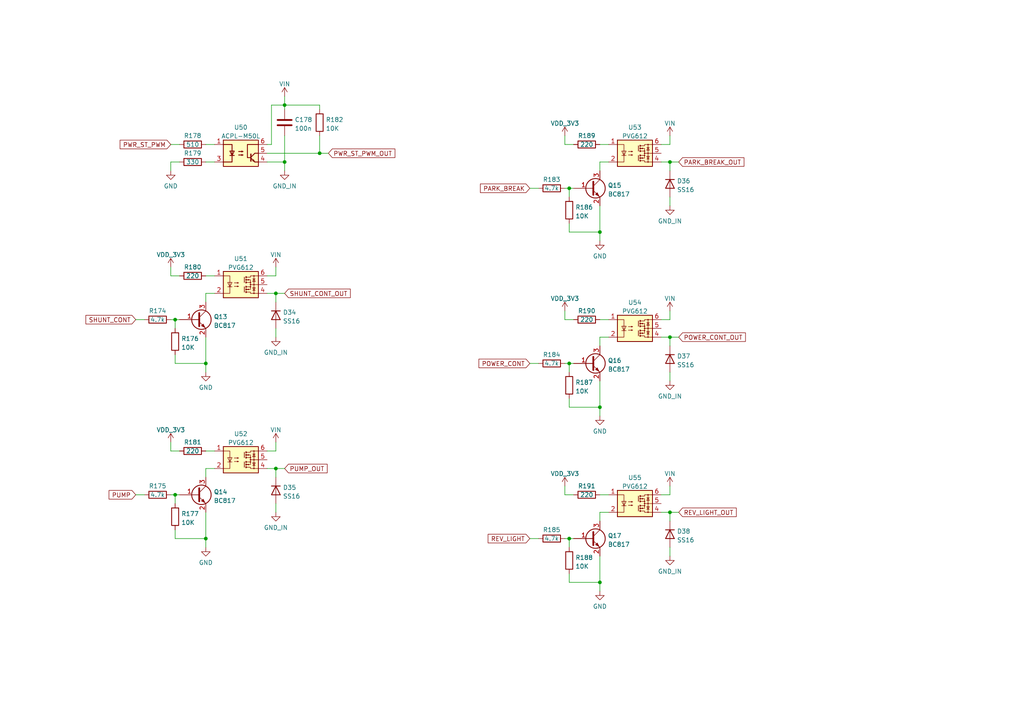
<source format=kicad_sch>
(kicad_sch (version 20250114) (generator "eeschema") (generator_version "9.0")
  (paper "A4")
  (title_block (comment 1 "НВЦТ.EVP150-2-1.3000.100 Э3"))
  (lib_symbols
    (symbol "Device:C" (pin_numbers (hide yes)) (pin_names (offset 0.254))
      (property "Reference" "C" (at 0.635 2.54 0))
      (property "Value" "C" (at 0.635 -2.54 0))
      (symbol "C_0_1"
        (polyline (pts (xy -2.032 0.762) (xy 2.032 0.762)) (stroke (width 0.508)))
        (polyline (pts (xy -2.032 -0.762) (xy 2.032 -0.762)) (stroke (width 0.508)))
      )
      (symbol "C_1_1"
        (pin passive line (at 0 3.81 270) (length 2.794) (name "~") (number "1"))
        (pin passive line (at 0 -3.81 90) (length 2.794) (name "~") (number "2"))
      )
    )
    (symbol "Device:D" (pin_numbers (hide yes)) (pin_names (offset 1.016) (hide yes))
      (property "Reference" "D" (at 0 2.54 0))
      (property "Value" "D" (at 0 -2.54 0))
      (symbol "D_0_1"
        (polyline (pts (xy -1.27 1.27) (xy -1.27 -1.27)) (stroke (width 0.254)))
        (polyline (pts (xy 1.27 1.27) (xy 1.27 -1.27) (xy -1.27 0) (xy 1.27 1.27)) (stroke (width 0.254)))
        (polyline (pts (xy 1.27 0) (xy -1.27 0)))
      )
      (symbol "D_1_1"
        (pin passive line (at -3.81 0 0) (length 2.54) (name "K") (number "1"))
        (pin passive line (at 3.81 0 180) (length 2.54) (name "A") (number "2"))
      )
    )
    (symbol "Device:R" (pin_numbers (hide yes)) (pin_names (offset 0))
      (property "Reference" "R" (at 2.032 0 90))
      (property "Value" "R" (at 0 0 90))
      (symbol "R_0_1"
        (rectangle (start -1.016 -2.54) (end 1.016 2.54) (stroke (width 0.254)))
      )
      (symbol "R_1_1"
        (pin passive line (at 0 3.81 270) (length 1.27) (name "~") (number "1"))
        (pin passive line (at 0 -3.81 90) (length 1.27) (name "~") (number "2"))
      )
    )
    (symbol "MyLibrary:ACPL-M50L" (pin_names (offset 1.016))
      (property "Reference" "U" (at 0 5.08 0))
      (property "Value" "ACPL-M50L" (at 0 -5.08 0))
      (symbol "ACPL-M50L_1_1"
        (rectangle (start -5.08 3.81) (end 5.08 -3.81) (stroke (width 0.254)) (fill (type background)))
        (polyline (pts (xy -5.08 -2.54) (xy -2.54 -2.54) (xy -2.54 2.54) (xy -5.08 2.54)) (stroke (width 0.254)))
        (polyline (pts (xy -3.175 -0.635) (xy -1.905 -0.635)) (stroke (width 0.254)))
        (polyline (pts (xy -2.54 -0.635) (xy -3.175 0.635) (xy -1.905 0.635) (xy -2.54 -0.635)) (stroke (width 0.254)))
        (polyline (pts (xy -0.635 0.508) (xy 0.635 0.508) (xy 0.254 0.381) (xy 0.254 0.635) (xy 0.635 0.508)) (stroke (width 0.254)))
        (polyline (pts (xy -0.635 -0.508) (xy 0.635 -0.508) (xy 0.254 -0.635) (xy 0.254 -0.381) (xy 0.635 -0.508)) (stroke (width 0.254)))
        (polyline (pts (xy 2.921 -0.254) (xy 2.921 -2.286) (xy 2.921 -2.286)) (stroke (width 0.3556)))
        (polyline (pts (xy 2.921 -1.143) (xy 4.064 0)) (stroke (width 0.254)))
        (polyline (pts (xy 2.921 -1.27) (xy 1.905 -1.27) (xy 1.905 2.54) (xy 5.08 2.54)) (stroke (width 0.254)))
        (polyline (pts (xy 2.921 -1.397) (xy 4.064 -2.54)) (stroke (width 0.254)))
        (polyline (pts (xy 3.937 -2.413) (xy 3.683 -1.905) (xy 3.429 -2.159) (xy 3.937 -2.413)) (stroke (width 0.254)))
        (polyline (pts (xy 4.064 -2.54) (xy 5.08 -2.54)) (stroke (width 0.254)))
        (polyline (pts (xy 5.08 0) (xy 4.064 0)) (stroke (width 0.254)))
        (pin passive line (at -7.62 2.54 0) (length 2.54) (name "~") (number "1"))
        (pin passive line (at -7.62 -2.54 0) (length 2.54) (name "~") (number "3"))
        (pin passive line (at 7.62 2.54 180) (length 2.54) (name "~") (number "6"))
        (pin open_collector line (at 7.62 0 180) (length 2.54) (name "~") (number "5"))
        (pin passive line (at 7.62 -2.54 180) (length 2.54) (name "~") (number "4"))
      )
    )
    (symbol "MyLibrary:PVG612" (pin_names (offset 1.016))
      (property "Reference" "U" (at -4.445 5.08 0))
      (property "Value" "PVG612" (at -1.27 -5.08 0))
      (symbol "PVG612_1_1"
        (rectangle (start -5.08 3.81) (end 5.08 -3.81) (stroke (width 0.254)) (fill (type background)))
        (polyline (pts (xy -5.08 2.54) (xy -3.175 2.54) (xy -3.175 -2.54) (xy -5.08 -2.54)))
        (polyline (pts (xy -3.81 -0.635) (xy -2.54 -0.635)))
        (polyline (pts (xy -3.175 -0.635) (xy -3.81 0.635) (xy -2.54 0.635) (xy -3.175 -0.635)))
        (polyline (pts (xy -1.905 0.508) (xy -0.635 0.508) (xy -1.016 0.381) (xy -1.016 0.635) (xy -0.635 0.508)))
        (polyline (pts (xy -1.905 -0.508) (xy -0.635 -0.508) (xy -1.016 -0.635) (xy -1.016 -0.381) (xy -0.635 -0.508)))
        (polyline (pts (xy 1.016 2.159) (xy 1.016 0.635)) (stroke (width 0.2032)))
        (polyline (pts (xy 1.016 -0.635) (xy 1.016 -2.159)) (stroke (width 0.2032)))
        (polyline (pts (xy 1.524 2.286) (xy 1.524 2.032) (xy 1.524 2.032)) (stroke (width 0.3556)))
        (polyline (pts (xy 1.524 1.524) (xy 1.524 1.27) (xy 1.524 1.27)) (stroke (width 0.3556)))
        (polyline (pts (xy 1.524 0.762) (xy 1.524 0.508) (xy 1.524 0.508)) (stroke (width 0.3556)))
        (polyline (pts (xy 1.524 -0.508) (xy 1.524 -0.762)) (stroke (width 0.3556)))
        (polyline (pts (xy 1.524 -1.27) (xy 1.524 -1.524) (xy 1.524 -1.524)) (stroke (width 0.3556)))
        (polyline (pts (xy 1.524 -2.032) (xy 1.524 -2.286) (xy 1.524 -2.286)) (stroke (width 0.3556)))
        (polyline (pts (xy 1.651 2.159) (xy 2.794 2.159) (xy 2.794 2.54) (xy 5.08 2.54)))
        (polyline (pts (xy 1.651 1.397) (xy 2.794 1.397) (xy 2.794 0.635)))
        (polyline (pts (xy 1.651 -0.635) (xy 2.794 -0.635) (xy 2.794 0.635) (xy 1.651 0.635)))
        (polyline (pts (xy 1.651 -1.397) (xy 2.794 -1.397) (xy 2.794 -0.635)))
        (polyline (pts (xy 1.651 -2.159) (xy 2.794 -2.159) (xy 2.794 -2.54) (xy 5.08 -2.54)))
        (polyline (pts (xy 1.778 1.397) (xy 2.286 1.524) (xy 2.286 1.27) (xy 1.778 1.397)))
        (polyline (pts (xy 1.778 -1.397) (xy 2.286 -1.27) (xy 2.286 -1.524) (xy 1.778 -1.397)))
        (circle (center 2.794 0.635) (radius 0.127))
        (polyline (pts (xy 2.794 0) (xy 5.08 0)))
        (circle (center 2.794 0) (radius 0.127))
        (circle (center 2.794 -0.635) (radius 0.127))
        (polyline (pts (xy 3.429 1.651) (xy 4.191 1.651)))
        (polyline (pts (xy 3.429 -1.651) (xy 4.191 -1.651)))
        (circle (center 3.81 2.54) (radius 0.127))
        (polyline (pts (xy 3.81 1.651) (xy 3.429 0.889) (xy 4.191 0.889) (xy 3.81 1.651)))
        (circle (center 3.81 0) (radius 0.127))
        (polyline (pts (xy 3.81 -1.651) (xy 3.429 -0.889) (xy 4.191 -0.889) (xy 3.81 -1.651)))
        (polyline (pts (xy 3.81 -2.54) (xy 3.81 2.54)))
        (circle (center 3.81 -2.54) (radius 0.127))
        (pin passive line (at -7.62 2.54 0) (length 2.54) (name "~") (number "1"))
        (pin passive line (at -7.62 -2.54 0) (length 2.54) (name "~") (number "2"))
        (pin no_connect line (at -5.08 0 0) (length 2.54) (hide yes) (name "~") (number "3"))
        (pin passive line (at 7.62 2.54 180) (length 2.54) (name "~") (number "6"))
        (pin passive line (at 7.62 0 180) (length 2.54) (name "~") (number "5"))
        (pin passive line (at 7.62 -2.54 180) (length 2.54) (name "~") (number "4"))
      )
    )
    (symbol "MyLibrary:VIN" (power) (pin_names (offset 0))
      (property "Value" "VIN" (at 0 3.81 0))
      (symbol "VIN_0_1"
        (polyline (pts (xy -0.762 1.27) (xy 0 2.54)))
        (polyline (pts (xy 0 2.54) (xy 0.762 1.27)))
        (polyline (pts (xy 0 0) (xy 0 2.54)))
      )
      (symbol "VIN_1_1"
        (pin power_in line (at 0 0 90) (length 0) (hide yes) (name "VIN") (number "1"))
      )
    )
    (symbol "Project_Library:GND_IN" (power) (pin_names (offset 0))
      (property "Value" "GND_IN" (at 0 -3.81 0))
      (symbol "GND_IN_0_1"
        (polyline (pts (xy 0 0) (xy 0 -1.27) (xy 1.27 -1.27) (xy 0 -2.54) (xy -1.27 -1.27) (xy 0 -1.27)))
      )
      (symbol "GND_IN_1_1"
        (pin power_in line (at 0 0 270) (length 0) (hide yes) (name "GND_IN") (number "1"))
      )
    )
    (symbol "Project_Library:VDD_3V3" (power) (pin_names (offset 0))
      (property "Value" "VDD_3V3" (at 0 3.81 0))
      (symbol "VDD_3V3_0_1"
        (polyline (pts (xy -0.762 1.27) (xy 0 2.54)))
        (polyline (pts (xy 0 2.54) (xy 0.762 1.27)))
        (polyline (pts (xy 0 0) (xy 0 2.54)))
      )
      (symbol "VDD_3V3_1_1"
        (pin power_in line (at 0 0 90) (length 0) (hide yes) (name "VDD_3V3") (number "1"))
      )
    )
    (symbol "Transistor_BJT:BC817" (pin_names (offset 0) (hide yes))
      (property "Reference" "Q" (at 5.08 1.905 0))
      (property "Value" "BC817" (at 5.08 0 0))
      (symbol "BC817_0_1"
        (polyline (pts (xy 0.635 1.905) (xy 0.635 -1.905) (xy 0.635 -1.905)) (stroke (width 0.508)))
        (polyline (pts (xy 0.635 0.635) (xy 2.54 2.54)))
        (polyline (pts (xy 0.635 -0.635) (xy 2.54 -2.54) (xy 2.54 -2.54)))
        (circle (center 1.27 0) (radius 2.8194) (stroke (width 0.254)))
        (polyline (pts (xy 1.27 -1.778) (xy 1.778 -1.27) (xy 2.286 -2.286) (xy 1.27 -1.778) (xy 1.27 -1.778)) (fill (type outline)))
      )
      (symbol "BC817_1_1"
        (pin input line (at -5.08 0 0) (length 5.715) (name "B") (number "1"))
        (pin passive line (at 2.54 5.08 270) (length 2.54) (name "C") (number "3"))
        (pin passive line (at 2.54 -5.08 90) (length 2.54) (name "E") (number "2"))
      )
    )
    (symbol "power:GND" (power) (pin_names (offset 0))
      (property "Value" "GND" (at 0 -3.81 0))
      (symbol "GND_0_1"
        (polyline (pts (xy 0 0) (xy 0 -1.27) (xy 1.27 -1.27) (xy 0 -2.54) (xy -1.27 -1.27) (xy 0 -1.27)))
      )
      (symbol "GND_1_1"
        (pin power_in line (at 0 0 270) (length 0) (hide yes) (name "GND") (number "1"))
      )
    )
  )
  (junction (at 194.31 97.79))
  (junction (at 194.31 148.59))
  (junction (at 92.71 44.45))
  (junction (at 59.69 156.21))
  (junction (at 165.1 54.61))
  (junction (at 82.55 30.48))
  (junction (at 50.8 92.71))
  (junction (at 82.55 46.99))
  (junction (at 59.69 105.41))
  (junction (at 80.01 135.89))
  (junction (at 173.99 168.91))
  (junction (at 80.01 85.09))
  (junction (at 50.8 143.51))
  (junction (at 173.99 67.31))
  (junction (at 165.1 105.41))
  (junction (at 165.1 156.21))
  (junction (at 173.99 118.11))
  (junction (at 194.31 46.99))
  (wire (pts (xy 191.77 92.71) (xy 194.31 92.71)))
  (wire (pts (xy 194.31 92.71) (xy 194.31 90.17)))
  (wire (pts (xy 153.67 105.41) (xy 156.21 105.41)))
  (wire (pts (xy 163.83 105.41) (xy 165.1 105.41)))
  (wire (pts (xy 194.31 158.75) (xy 194.31 161.29)))
  (wire (pts (xy 49.53 130.81) (xy 52.07 130.81)))
  (wire (pts (xy 50.8 105.41) (xy 50.8 102.87)))
  (wire (pts (xy 191.77 97.79) (xy 194.31 97.79)))
  (wire (pts (xy 191.77 41.91) (xy 194.31 41.91)))
  (wire (pts (xy 49.53 92.71) (xy 50.8 92.71)))
  (wire (pts (xy 49.53 41.91) (xy 52.07 41.91)))
  (wire (pts (xy 49.53 80.01) (xy 52.07 80.01)))
  (wire (pts (xy 173.99 46.99) (xy 176.53 46.99)))
  (wire (pts (xy 191.77 46.99) (xy 194.31 46.99)))
  (wire (pts (xy 165.1 156.21) (xy 166.37 156.21)))
  (wire (pts (xy 59.69 85.09) (xy 62.23 85.09)))
  (wire (pts (xy 173.99 97.79) (xy 176.53 97.79)))
  (wire (pts (xy 173.99 143.51) (xy 176.53 143.51)))
  (wire (pts (xy 78.74 41.91) (xy 78.74 30.48)))
  (wire (pts (xy 50.8 92.71) (xy 52.07 92.71)))
  (wire (pts (xy 194.31 46.99) (xy 194.31 49.53)))
  (wire (pts (xy 59.69 130.81) (xy 62.23 130.81)))
  (wire (pts (xy 49.53 128.27) (xy 49.53 130.81)))
  (wire (pts (xy 80.01 85.09) (xy 80.01 87.63)))
  (wire (pts (xy 59.69 105.41) (xy 59.69 107.95)))
  (wire (pts (xy 163.83 41.91) (xy 166.37 41.91)))
  (wire (pts (xy 52.07 46.99) (xy 49.53 46.99)))
  (wire (pts (xy 173.99 161.29) (xy 173.99 168.91)))
  (wire (pts (xy 82.55 46.99) (xy 82.55 49.53)))
  (wire (pts (xy 82.55 27.94) (xy 82.55 30.48)))
  (wire (pts (xy 173.99 59.69) (xy 173.99 67.31)))
  (wire (pts (xy 39.37 143.51) (xy 41.91 143.51)))
  (wire (pts (xy 173.99 100.33) (xy 173.99 97.79)))
  (wire (pts (xy 191.77 143.51) (xy 194.31 143.51)))
  (wire (pts (xy 173.99 67.31) (xy 165.1 67.31)))
  (wire (pts (xy 80.01 135.89) (xy 82.55 135.89)))
  (wire (pts (xy 194.31 97.79) (xy 194.31 100.33)))
  (wire (pts (xy 165.1 168.91) (xy 165.1 166.37)))
  (wire (pts (xy 173.99 41.91) (xy 176.53 41.91)))
  (wire (pts (xy 80.01 85.09) (xy 82.55 85.09)))
  (wire (pts (xy 191.77 148.59) (xy 194.31 148.59)))
  (wire (pts (xy 50.8 156.21) (xy 50.8 153.67)))
  (wire (pts (xy 92.71 39.37) (xy 92.71 44.45)))
  (wire (pts (xy 50.8 143.51) (xy 50.8 146.05)))
  (wire (pts (xy 173.99 49.53) (xy 173.99 46.99)))
  (wire (pts (xy 194.31 107.95) (xy 194.31 110.49)))
  (wire (pts (xy 59.69 87.63) (xy 59.69 85.09)))
  (wire (pts (xy 80.01 130.81) (xy 80.01 128.27)))
  (wire (pts (xy 59.69 156.21) (xy 59.69 158.75)))
  (wire (pts (xy 80.01 95.25) (xy 80.01 97.79)))
  (wire (pts (xy 78.74 30.48) (xy 82.55 30.48)))
  (wire (pts (xy 173.99 168.91) (xy 165.1 168.91)))
  (wire (pts (xy 165.1 118.11) (xy 165.1 115.57)))
  (wire (pts (xy 165.1 54.61) (xy 165.1 57.15)))
  (wire (pts (xy 163.83 90.17) (xy 163.83 92.71)))
  (wire (pts (xy 165.1 105.41) (xy 166.37 105.41)))
  (wire (pts (xy 173.99 168.91) (xy 173.99 171.45)))
  (wire (pts (xy 173.99 118.11) (xy 165.1 118.11)))
  (wire (pts (xy 92.71 30.48) (xy 92.71 31.75)))
  (wire (pts (xy 80.01 135.89) (xy 80.01 138.43)))
  (wire (pts (xy 82.55 46.99) (xy 77.47 46.99)))
  (wire (pts (xy 77.47 80.01) (xy 80.01 80.01)))
  (wire (pts (xy 163.83 143.51) (xy 166.37 143.51)))
  (wire (pts (xy 163.83 156.21) (xy 165.1 156.21)))
  (wire (pts (xy 80.01 80.01) (xy 80.01 77.47)))
  (wire (pts (xy 153.67 54.61) (xy 156.21 54.61)))
  (wire (pts (xy 194.31 46.99) (xy 196.85 46.99)))
  (wire (pts (xy 165.1 67.31) (xy 165.1 64.77)))
  (wire (pts (xy 163.83 39.37) (xy 163.83 41.91)))
  (wire (pts (xy 163.83 92.71) (xy 166.37 92.71)))
  (wire (pts (xy 77.47 85.09) (xy 80.01 85.09)))
  (wire (pts (xy 82.55 30.48) (xy 82.55 31.75)))
  (wire (pts (xy 165.1 54.61) (xy 166.37 54.61)))
  (wire (pts (xy 92.71 44.45) (xy 95.25 44.45)))
  (wire (pts (xy 77.47 44.45) (xy 92.71 44.45)))
  (wire (pts (xy 59.69 156.21) (xy 50.8 156.21)))
  (wire (pts (xy 77.47 130.81) (xy 80.01 130.81)))
  (wire (pts (xy 173.99 110.49) (xy 173.99 118.11)))
  (wire (pts (xy 165.1 156.21) (xy 165.1 158.75)))
  (wire (pts (xy 80.01 146.05) (xy 80.01 148.59)))
  (wire (pts (xy 173.99 118.11) (xy 173.99 120.65)))
  (wire (pts (xy 194.31 97.79) (xy 196.85 97.79)))
  (wire (pts (xy 165.1 105.41) (xy 165.1 107.95)))
  (wire (pts (xy 173.99 148.59) (xy 176.53 148.59)))
  (wire (pts (xy 50.8 143.51) (xy 52.07 143.51)))
  (wire (pts (xy 194.31 148.59) (xy 196.85 148.59)))
  (wire (pts (xy 59.69 105.41) (xy 50.8 105.41)))
  (wire (pts (xy 59.69 135.89) (xy 62.23 135.89)))
  (wire (pts (xy 173.99 67.31) (xy 173.99 69.85)))
  (wire (pts (xy 59.69 138.43) (xy 59.69 135.89)))
  (wire (pts (xy 49.53 77.47) (xy 49.53 80.01)))
  (wire (pts (xy 77.47 41.91) (xy 78.74 41.91)))
  (wire (pts (xy 77.47 135.89) (xy 80.01 135.89)))
  (wire (pts (xy 59.69 41.91) (xy 62.23 41.91)))
  (wire (pts (xy 194.31 148.59) (xy 194.31 151.13)))
  (wire (pts (xy 194.31 57.15) (xy 194.31 59.69)))
  (wire (pts (xy 194.31 41.91) (xy 194.31 39.37)))
  (wire (pts (xy 163.83 140.97) (xy 163.83 143.51)))
  (wire (pts (xy 194.31 143.51) (xy 194.31 140.97)))
  (wire (pts (xy 59.69 148.59) (xy 59.69 156.21)))
  (wire (pts (xy 173.99 92.71) (xy 176.53 92.71)))
  (wire (pts (xy 173.99 151.13) (xy 173.99 148.59)))
  (wire (pts (xy 163.83 54.61) (xy 165.1 54.61)))
  (wire (pts (xy 49.53 46.99) (xy 49.53 49.53)))
  (wire (pts (xy 82.55 30.48) (xy 92.71 30.48)))
  (wire (pts (xy 50.8 92.71) (xy 50.8 95.25)))
  (wire (pts (xy 82.55 39.37) (xy 82.55 46.99)))
  (wire (pts (xy 59.69 46.99) (xy 62.23 46.99)))
  (wire (pts (xy 153.67 156.21) (xy 156.21 156.21)))
  (wire (pts (xy 59.69 80.01) (xy 62.23 80.01)))
  (wire (pts (xy 49.53 143.51) (xy 50.8 143.51)))
  (wire (pts (xy 59.69 97.79) (xy 59.69 105.41)))
  (wire (pts (xy 39.37 92.71) (xy 41.91 92.71)))
  (global_label "REV_LIGHT" (shape input) (at 153.67 156.21 180) (property "Intersheetrefs" "${INTERSHEET_REFS}" (effects (hide yes))))
  (global_label "REV_LIGHT_OUT" (shape input) (at 196.85 148.59 0) (property "Intersheetrefs" "${INTERSHEET_REFS}" (effects (hide yes))))
  (global_label "PARK_BREAK_OUT" (shape input) (at 196.85 46.99 0) (property "Intersheetrefs" "${INTERSHEET_REFS}" (effects (hide yes))))
  (global_label "PWR_ST_PWM_OUT" (shape input) (at 95.25 44.45 0) (property "Intersheetrefs" "${INTERSHEET_REFS}" (effects (hide yes))))
  (global_label "PWR_ST_PWM" (shape input) (at 49.53 41.91 180) (property "Intersheetrefs" "${INTERSHEET_REFS}" (effects (hide yes))))
  (global_label "POWER_CONT" (shape input) (at 153.67 105.41 180) (property "Intersheetrefs" "${INTERSHEET_REFS}" (effects (hide yes))))
  (global_label "PUMP" (shape input) (at 39.37 143.51 180) (property "Intersheetrefs" "${INTERSHEET_REFS}" (effects (hide yes))))
  (global_label "PUMP_OUT" (shape input) (at 82.55 135.89 0) (property "Intersheetrefs" "${INTERSHEET_REFS}" (effects (hide yes))))
  (global_label "SHUNT_CONT" (shape input) (at 39.37 92.71 180) (property "Intersheetrefs" "${INTERSHEET_REFS}" (effects (hide yes))))
  (global_label "PARK_BREAK" (shape input) (at 153.67 54.61 180) (property "Intersheetrefs" "${INTERSHEET_REFS}" (effects (hide yes))))
  (global_label "POWER_CONT_OUT" (shape input) (at 196.85 97.79 0) (property "Intersheetrefs" "${INTERSHEET_REFS}" (effects (hide yes))))
  (global_label "SHUNT_CONT_OUT" (shape input) (at 82.55 85.09 0) (property "Intersheetrefs" "${INTERSHEET_REFS}" (effects (hide yes))))
  (symbol (lib_id "MyLibrary:PVG612") (at 184.15 44.45 0) (unit 1)
    (property "Reference" "U53" (at 184.15 36.9402 0))
    (property "Value" "PVG612" (at 184.15 39.4771 0))
    (property "Footprint" "Package_DIP:DIP-6_W8.89mm_SMDSocket_LongPads" (effects (hide yes)))
    (property "Datasheet" "https://www.infineon.com/dgdl/Infineon-PVG612-DataSheet-v01_00-EN.pdf?fileId=5546d462533600a401535683c1892937" (effects (hide yes)))
  )
  (symbol (lib_id "Device:R") (at 55.88 130.81 90) (unit 1)
    (property "Reference" "R181" (at 55.88 128.27 90))
    (property "Value" "220" (at 55.88 130.81 90))
    (property "Footprint" "Resistor_SMD:R_0805_2012Metric" (effects (hide yes)))
  )
  (symbol (lib_id "MyLibrary:PVG612") (at 184.15 95.25 0) (unit 1)
    (property "Reference" "U54" (at 184.15 87.7402 0))
    (property "Value" "PVG612" (at 184.15 90.2771 0))
    (property "Footprint" "Package_DIP:DIP-6_W8.89mm_SMDSocket_LongPads" (effects (hide yes)))
    (property "Datasheet" "https://www.infineon.com/dgdl/Infineon-PVG612-DataSheet-v01_00-EN.pdf?fileId=5546d462533600a401535683c1892937" (effects (hide yes)))
  )
  (symbol (lib_id "Transistor_BJT:BC817") (at 57.15 92.71 0) (unit 1)
    (property "Reference" "Q13" (at 62.0014 91.8753 0) (effects (justify left)))
    (property "Value" "BC817" (at 62.0014 94.4122 0) (effects (justify left)))
    (property "Footprint" "Package_TO_SOT_SMD:SOT-23" (effects (hide yes)))
    (property "Datasheet" "https://www.onsemi.com/pub/Collateral/BC818-D.pdf" (effects (hide yes)))
  )
  (symbol (lib_id "MyLibrary:ACPL-M50L") (at 69.85 44.45 0) (unit 1)
    (property "Reference" "U50" (at 69.85 36.9402 0))
    (property "Value" "ACPL-M50L" (at 69.85 39.4771 0))
    (property "Footprint" "Package_SO:SO-5_4.4x3.6mm_P1.27mm" (effects (hide yes)))
  )
  (symbol (lib_id "Device:R") (at 92.71 35.56 0) (unit 1)
    (property "Reference" "R182" (at 94.488 34.7253 0) (effects (justify left)))
    (property "Value" "10K" (at 94.488 37.2622 0) (effects (justify left)))
    (property "Footprint" "Resistor_SMD:R_0805_2012Metric" (effects (hide yes)))
  )
  (symbol (lib_id "Device:R") (at 165.1 60.96 0) (unit 1)
    (property "Reference" "R186" (at 166.878 60.1253 0) (effects (justify left)))
    (property "Value" "10K" (at 166.878 62.6622 0) (effects (justify left)))
    (property "Footprint" "Resistor_SMD:R_0805_2012Metric" (effects (hide yes)))
  )
  (symbol (lib_id "Device:R") (at 45.72 143.51 90) (unit 1)
    (property "Reference" "R175" (at 45.72 140.97 90))
    (property "Value" "4.7k" (at 45.72 143.51 90))
    (property "Footprint" "Resistor_SMD:R_0805_2012Metric" (effects (hide yes)))
  )
  (symbol (lib_id "Project_Library:VDD_3V3") (at 163.83 39.37 0) (unit 1)
    (property "Reference" "#PWR0321" (effects (hide yes)))
    (property "Value" "VDD_3V3" (at 163.83 35.7942 0))
  )
  (symbol (lib_id "MyLibrary:VIN") (at 80.01 128.27 0) (unit 1)
    (property "Reference" "#PWR0317" (effects (hide yes)))
    (property "Value" "VIN" (at 80.01 124.6942 0))
  )
  (symbol (lib_id "Project_Library:GND_IN") (at 80.01 148.59 0) (unit 1)
    (property "Reference" "#PWR0316" (effects (hide yes)))
    (property "Value" "GND_IN" (at 80.01 153.0334 0))
  )
  (symbol (lib_id "Device:R") (at 160.02 156.21 90) (unit 1)
    (property "Reference" "R185" (at 160.02 153.67 90))
    (property "Value" "4.7k" (at 160.02 156.21 90))
    (property "Footprint" "Resistor_SMD:R_0805_2012Metric" (effects (hide yes)))
  )
  (symbol (lib_id "Project_Library:VDD_3V3") (at 163.83 140.97 0) (unit 1)
    (property "Reference" "#PWR0323" (effects (hide yes)))
    (property "Value" "VDD_3V3" (at 163.83 137.3942 0))
  )
  (symbol (lib_id "Device:R") (at 170.18 41.91 90) (unit 1)
    (property "Reference" "R189" (at 170.18 39.37 90))
    (property "Value" "220" (at 170.18 41.91 90))
    (property "Footprint" "Resistor_SMD:R_0805_2012Metric" (effects (hide yes)))
  )
  (symbol (lib_id "Device:R") (at 170.18 143.51 90) (unit 1)
    (property "Reference" "R191" (at 170.18 140.97 90))
    (property "Value" "220" (at 170.18 143.51 90))
    (property "Footprint" "Resistor_SMD:R_0805_2012Metric" (effects (hide yes)))
  )
  (symbol (lib_id "Transistor_BJT:BC817") (at 171.45 105.41 0) (unit 1)
    (property "Reference" "Q16" (at 176.3014 104.5753 0) (effects (justify left)))
    (property "Value" "BC817" (at 176.3014 107.1122 0) (effects (justify left)))
    (property "Footprint" "Package_TO_SOT_SMD:SOT-23" (effects (hide yes)))
    (property "Datasheet" "https://www.onsemi.com/pub/Collateral/BC818-D.pdf" (effects (hide yes)))
  )
  (symbol (lib_id "Device:R") (at 165.1 111.76 0) (unit 1)
    (property "Reference" "R187" (at 166.878 110.9253 0) (effects (justify left)))
    (property "Value" "10K" (at 166.878 113.4622 0) (effects (justify left)))
    (property "Footprint" "Resistor_SMD:R_0805_2012Metric" (effects (hide yes)))
  )
  (symbol (lib_id "MyLibrary:VIN") (at 194.31 140.97 0) (unit 1)
    (property "Reference" "#PWR0331" (effects (hide yes)))
    (property "Value" "VIN" (at 194.31 137.3942 0))
  )
  (symbol (lib_id "Project_Library:GND_IN") (at 82.55 49.53 0) (unit 1)
    (property "Reference" "#PWR0328" (effects (hide yes)))
    (property "Value" "GND_IN" (at 82.55 53.9734 0))
  )
  (symbol (lib_id "Device:D") (at 194.31 104.14 270) (unit 1)
    (property "Reference" "D37" (at 196.342 103.3053 90) (effects (justify left)))
    (property "Value" "SS16" (at 196.342 105.8422 90) (effects (justify left)))
    (property "Footprint" "Diode_SMD:D_SMA" (effects (hide yes)))
  )
  (symbol (lib_id "MyLibrary:VIN") (at 194.31 90.17 0) (unit 1)
    (property "Reference" "#PWR0329" (effects (hide yes)))
    (property "Value" "VIN" (at 194.31 86.5942 0))
  )
  (symbol (lib_id "Device:R") (at 160.02 105.41 90) (unit 1)
    (property "Reference" "R184" (at 160.02 102.87 90))
    (property "Value" "4.7k" (at 160.02 105.41 90))
    (property "Footprint" "Resistor_SMD:R_0805_2012Metric" (effects (hide yes)))
  )
  (symbol (lib_id "Project_Library:GND_IN") (at 80.01 97.79 0) (unit 1)
    (property "Reference" "#PWR0318" (effects (hide yes)))
    (property "Value" "GND_IN" (at 80.01 102.2334 0))
  )
  (symbol (lib_id "MyLibrary:PVG612") (at 69.85 133.35 0) (unit 1)
    (property "Reference" "U52" (at 69.85 125.8402 0))
    (property "Value" "PVG612" (at 69.85 128.3771 0))
    (property "Footprint" "Package_DIP:DIP-6_W8.89mm_SMDSocket_LongPads" (effects (hide yes)))
    (property "Datasheet" "https://www.infineon.com/dgdl/Infineon-PVG612-DataSheet-v01_00-EN.pdf?fileId=5546d462533600a401535683c1892937" (effects (hide yes)))
  )
  (symbol (lib_id "MyLibrary:PVG612") (at 184.15 146.05 0) (unit 1)
    (property "Reference" "U55" (at 184.15 138.5402 0))
    (property "Value" "PVG612" (at 184.15 141.0771 0))
    (property "Footprint" "Package_DIP:DIP-6_W8.89mm_SMDSocket_LongPads" (effects (hide yes)))
    (property "Datasheet" "https://www.infineon.com/dgdl/Infineon-PVG612-DataSheet-v01_00-EN.pdf?fileId=5546d462533600a401535683c1892937" (effects (hide yes)))
  )
  (symbol (lib_id "Device:R") (at 170.18 92.71 90) (unit 1)
    (property "Reference" "R190" (at 170.18 90.17 90))
    (property "Value" "220" (at 170.18 92.71 90))
    (property "Footprint" "Resistor_SMD:R_0805_2012Metric" (effects (hide yes)))
  )
  (symbol (lib_id "Device:D") (at 80.01 91.44 270) (unit 1)
    (property "Reference" "D34" (at 82.042 90.6053 90) (effects (justify left)))
    (property "Value" "SS16" (at 82.042 93.1422 90) (effects (justify left)))
    (property "Footprint" "Diode_SMD:D_SMA" (effects (hide yes)))
  )
  (symbol (lib_id "Device:C") (at 82.55 35.56 180) (unit 1)
    (property "Reference" "C178" (at 85.471 34.7253 0) (effects (justify right)))
    (property "Value" "100n" (at 85.471 37.2622 0) (effects (justify right)))
    (property "Footprint" "Capacitor_SMD:C_0805_2012Metric" (effects (hide yes)))
  )
  (symbol (lib_id "Transistor_BJT:BC817") (at 57.15 143.51 0) (unit 1)
    (property "Reference" "Q14" (at 62.0014 142.6753 0) (effects (justify left)))
    (property "Value" "BC817" (at 62.0014 145.2122 0) (effects (justify left)))
    (property "Footprint" "Package_TO_SOT_SMD:SOT-23" (effects (hide yes)))
    (property "Datasheet" "https://www.onsemi.com/pub/Collateral/BC818-D.pdf" (effects (hide yes)))
  )
  (symbol (lib_id "Project_Library:VDD_3V3") (at 49.53 128.27 0) (unit 1)
    (property "Reference" "#PWR0312" (effects (hide yes)))
    (property "Value" "VDD_3V3" (at 49.53 124.6942 0))
  )
  (symbol (lib_id "MyLibrary:VIN") (at 80.01 77.47 0) (unit 1)
    (property "Reference" "#PWR0315" (effects (hide yes)))
    (property "Value" "VIN" (at 80.01 73.8942 0))
  )
  (symbol (lib_id "Transistor_BJT:BC817") (at 171.45 156.21 0) (unit 1)
    (property "Reference" "Q17" (at 176.3014 155.3753 0) (effects (justify left)))
    (property "Value" "BC817" (at 176.3014 157.9122 0) (effects (justify left)))
    (property "Footprint" "Package_TO_SOT_SMD:SOT-23" (effects (hide yes)))
    (property "Datasheet" "https://www.onsemi.com/pub/Collateral/BC818-D.pdf" (effects (hide yes)))
  )
  (symbol (lib_id "Project_Library:VDD_3V3") (at 163.83 90.17 0) (unit 1)
    (property "Reference" "#PWR0322" (effects (hide yes)))
    (property "Value" "VDD_3V3" (at 163.83 86.5942 0))
  )
  (symbol (lib_id "Project_Library:GND_IN") (at 194.31 161.29 0) (unit 1)
    (property "Reference" "#PWR0332" (effects (hide yes)))
    (property "Value" "GND_IN" (at 194.31 165.7334 0))
  )
  (symbol (lib_id "Device:D") (at 194.31 53.34 270) (unit 1)
    (property "Reference" "D36" (at 196.342 52.5053 90) (effects (justify left)))
    (property "Value" "SS16" (at 196.342 55.0422 90) (effects (justify left)))
    (property "Footprint" "Diode_SMD:D_SMA" (effects (hide yes)))
  )
  (symbol (lib_id "Device:D") (at 194.31 154.94 270) (unit 1)
    (property "Reference" "D38" (at 196.342 154.1053 90) (effects (justify left)))
    (property "Value" "SS16" (at 196.342 156.6422 90) (effects (justify left)))
    (property "Footprint" "Diode_SMD:D_SMA" (effects (hide yes)))
  )
  (symbol (lib_id "Device:R") (at 45.72 92.71 90) (unit 1)
    (property "Reference" "R174" (at 45.72 90.17 90))
    (property "Value" "4.7k" (at 45.72 92.71 90))
    (property "Footprint" "Resistor_SMD:R_0805_2012Metric" (effects (hide yes)))
  )
  (symbol (lib_id "MyLibrary:PVG612") (at 69.85 82.55 0) (unit 1)
    (property "Reference" "U51" (at 69.85 75.0402 0))
    (property "Value" "PVG612" (at 69.85 77.5771 0))
    (property "Footprint" "Package_DIP:DIP-6_W8.89mm_SMDSocket_LongPads" (effects (hide yes)))
    (property "Datasheet" "https://www.infineon.com/dgdl/Infineon-PVG612-DataSheet-v01_00-EN.pdf?fileId=5546d462533600a401535683c1892937" (effects (hide yes)))
  )
  (symbol (lib_id "Device:R") (at 55.88 80.01 90) (unit 1)
    (property "Reference" "R180" (at 55.88 77.47 90))
    (property "Value" "220" (at 55.88 80.01 90))
    (property "Footprint" "Resistor_SMD:R_0805_2012Metric" (effects (hide yes)))
  )
  (symbol (lib_id "MyLibrary:VIN") (at 194.31 39.37 0) (unit 1)
    (property "Reference" "#PWR0327" (effects (hide yes)))
    (property "Value" "VIN" (at 194.31 35.7942 0))
  )
  (symbol (lib_id "power:GND") (at 49.53 49.53 0) (unit 1)
    (property "Reference" "#PWR0310" (effects (hide yes)))
    (property "Value" "GND" (at 49.53 53.9734 0))
  )
  (symbol (lib_id "power:GND") (at 173.99 171.45 0) (unit 1)
    (property "Reference" "#PWR0326" (effects (hide yes)))
    (property "Value" "GND" (at 173.99 175.8934 0))
  )
  (symbol (lib_id "Device:R") (at 55.88 46.99 90) (unit 1)
    (property "Reference" "R179" (at 55.88 44.45 90))
    (property "Value" "330" (at 55.88 46.99 90))
    (property "Footprint" "Resistor_SMD:R_0805_2012Metric" (effects (hide yes)))
  )
  (symbol (lib_id "Project_Library:GND_IN") (at 194.31 110.49 0) (unit 1)
    (property "Reference" "#PWR0330" (effects (hide yes)))
    (property "Value" "GND_IN" (at 194.31 114.9334 0))
  )
  (symbol (lib_id "MyLibrary:VIN") (at 82.55 27.94 0) (unit 1)
    (property "Reference" "#PWR0319" (effects (hide yes)))
    (property "Value" "VIN" (at 82.55 24.3642 0))
  )
  (symbol (lib_id "Project_Library:GND_IN") (at 194.31 59.69 0) (unit 1)
    (property "Reference" "#PWR0320" (effects (hide yes)))
    (property "Value" "GND_IN" (at 194.31 64.1334 0))
  )
  (symbol (lib_id "Device:R") (at 55.88 41.91 90) (unit 1)
    (property "Reference" "R178" (at 55.88 39.37 90))
    (property "Value" "510" (at 55.88 41.91 90))
    (property "Footprint" "Resistor_SMD:R_0805_2012Metric" (effects (hide yes)))
  )
  (symbol (lib_id "power:GND") (at 173.99 120.65 0) (unit 1)
    (property "Reference" "#PWR0325" (effects (hide yes)))
    (property "Value" "GND" (at 173.99 125.0934 0))
  )
  (symbol (lib_id "Device:R") (at 50.8 149.86 0) (unit 1)
    (property "Reference" "R177" (at 52.578 149.0253 0) (effects (justify left)))
    (property "Value" "10K" (at 52.578 151.5622 0) (effects (justify left)))
    (property "Footprint" "Resistor_SMD:R_0805_2012Metric" (effects (hide yes)))
  )
  (symbol (lib_id "Transistor_BJT:BC817") (at 171.45 54.61 0) (unit 1)
    (property "Reference" "Q15" (at 176.3014 53.7753 0) (effects (justify left)))
    (property "Value" "BC817" (at 176.3014 56.3122 0) (effects (justify left)))
    (property "Footprint" "Package_TO_SOT_SMD:SOT-23" (effects (hide yes)))
    (property "Datasheet" "https://www.onsemi.com/pub/Collateral/BC818-D.pdf" (effects (hide yes)))
  )
  (symbol (lib_id "power:GND") (at 173.99 69.85 0) (unit 1)
    (property "Reference" "#PWR0324" (effects (hide yes)))
    (property "Value" "GND" (at 173.99 74.2934 0))
  )
  (symbol (lib_id "Device:R") (at 165.1 162.56 0) (unit 1)
    (property "Reference" "R188" (at 166.878 161.7253 0) (effects (justify left)))
    (property "Value" "10K" (at 166.878 164.2622 0) (effects (justify left)))
    (property "Footprint" "Resistor_SMD:R_0805_2012Metric" (effects (hide yes)))
  )
  (symbol (lib_id "power:GND") (at 59.69 158.75 0) (unit 1)
    (property "Reference" "#PWR0314" (effects (hide yes)))
    (property "Value" "GND" (at 59.69 163.1934 0))
  )
  (symbol (lib_id "Device:R") (at 160.02 54.61 90) (unit 1)
    (property "Reference" "R183" (at 160.02 52.07 90))
    (property "Value" "4.7k" (at 160.02 54.61 90))
    (property "Footprint" "Resistor_SMD:R_0805_2012Metric" (effects (hide yes)))
  )
  (symbol (lib_id "power:GND") (at 59.69 107.95 0) (unit 1)
    (property "Reference" "#PWR0313" (effects (hide yes)))
    (property "Value" "GND" (at 59.69 112.3934 0))
  )
  (symbol (lib_id "Device:D") (at 80.01 142.24 270) (unit 1)
    (property "Reference" "D35" (at 82.042 141.4053 90) (effects (justify left)))
    (property "Value" "SS16" (at 82.042 143.9422 90) (effects (justify left)))
    (property "Footprint" "Diode_SMD:D_SMA" (effects (hide yes)))
  )
  (symbol (lib_id "Device:R") (at 50.8 99.06 0) (unit 1)
    (property "Reference" "R176" (at 52.578 98.2253 0) (effects (justify left)))
    (property "Value" "10K" (at 52.578 100.7622 0) (effects (justify left)))
    (property "Footprint" "Resistor_SMD:R_0805_2012Metric" (effects (hide yes)))
  )
  (symbol (lib_id "Project_Library:VDD_3V3") (at 49.53 77.47 0) (unit 1)
    (property "Reference" "#PWR0311" (effects (hide yes)))
    (property "Value" "VDD_3V3" (at 49.53 73.8942 0))
  )
)
</source>
